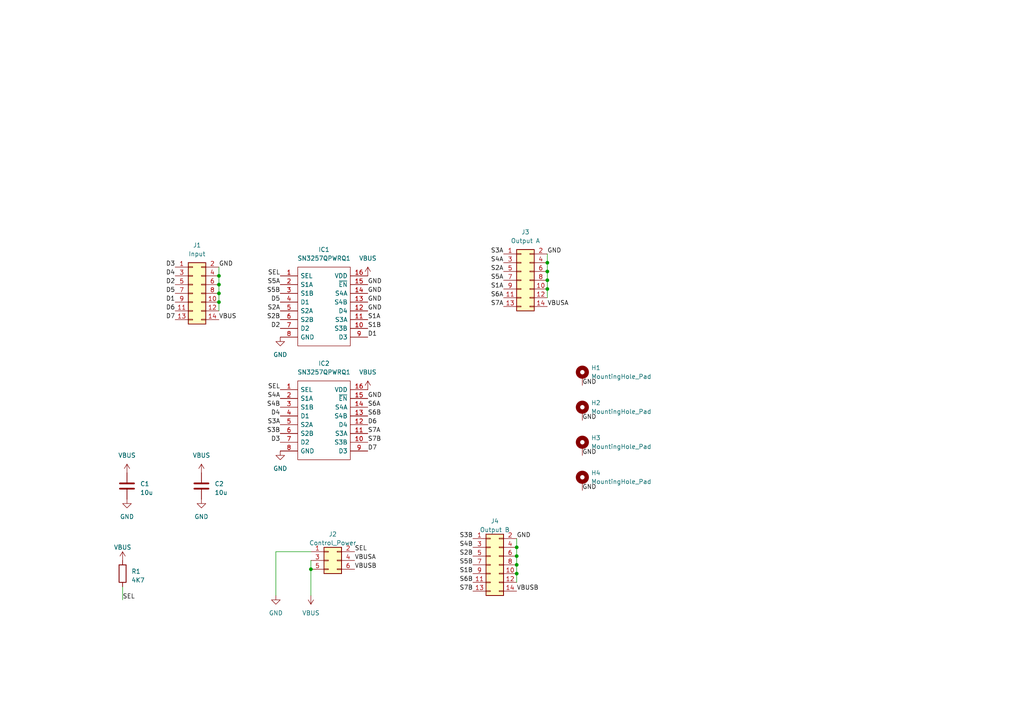
<source format=kicad_sch>
(kicad_sch (version 20230121) (generator eeschema)
  (paper "A4")
  (lib_symbols
    (symbol "Connector_Generic:Conn_02x03_Odd_Even" (pin_names (offset 1.016) hide)
      (property "Reference" "J" (at 1.27 5.08 0))
      (property "Value" "Conn_02x03_Odd_Even" (at 1.27 -5.08 0))
      (symbol "Conn_02x03_Odd_Even_1_1"
        (rectangle (start -1.27 -2.413) (end 0 -2.667) (stroke (width 0.1524)))
        (rectangle (start -1.27 0.127) (end 0 -0.127) (stroke (width 0.1524)))
        (rectangle (start -1.27 2.667) (end 0 2.413) (stroke (width 0.1524)))
        (rectangle (start -1.27 3.81) (end 3.81 -3.81) (stroke (width 0.254)) (fill (type background)))
        (rectangle (start 3.81 -2.413) (end 2.54 -2.667) (stroke (width 0.1524)))
        (rectangle (start 3.81 0.127) (end 2.54 -0.127) (stroke (width 0.1524)))
        (rectangle (start 3.81 2.667) (end 2.54 2.413) (stroke (width 0.1524)))
        (pin passive line (at -5.08 2.54 0) (length 3.81) (name "Pin_1") (number "1"))
        (pin passive line (at 7.62 2.54 180) (length 3.81) (name "Pin_2") (number "2"))
        (pin passive line (at -5.08 0 0) (length 3.81) (name "Pin_3") (number "3"))
        (pin passive line (at 7.62 0 180) (length 3.81) (name "Pin_4") (number "4"))
        (pin passive line (at -5.08 -2.54 0) (length 3.81) (name "Pin_5") (number "5"))
        (pin passive line (at 7.62 -2.54 180) (length 3.81) (name "Pin_6") (number "6"))
      )
    )
    (symbol "Connector_Generic:Conn_02x07_Odd_Even" (pin_names (offset 1.016) hide)
      (property "Reference" "J" (at 1.27 10.16 0))
      (property "Value" "Conn_02x07_Odd_Even" (at 1.27 -10.16 0))
      (symbol "Conn_02x07_Odd_Even_1_1"
        (rectangle (start -1.27 -7.493) (end 0 -7.747) (stroke (width 0.1524)))
        (rectangle (start -1.27 -4.953) (end 0 -5.207) (stroke (width 0.1524)))
        (rectangle (start -1.27 -2.413) (end 0 -2.667) (stroke (width 0.1524)))
        (rectangle (start -1.27 0.127) (end 0 -0.127) (stroke (width 0.1524)))
        (rectangle (start -1.27 2.667) (end 0 2.413) (stroke (width 0.1524)))
        (rectangle (start -1.27 5.207) (end 0 4.953) (stroke (width 0.1524)))
        (rectangle (start -1.27 7.747) (end 0 7.493) (stroke (width 0.1524)))
        (rectangle (start -1.27 8.89) (end 3.81 -8.89) (stroke (width 0.254)) (fill (type background)))
        (rectangle (start 3.81 -7.493) (end 2.54 -7.747) (stroke (width 0.1524)))
        (rectangle (start 3.81 -4.953) (end 2.54 -5.207) (stroke (width 0.1524)))
        (rectangle (start 3.81 -2.413) (end 2.54 -2.667) (stroke (width 0.1524)))
        (rectangle (start 3.81 0.127) (end 2.54 -0.127) (stroke (width 0.1524)))
        (rectangle (start 3.81 2.667) (end 2.54 2.413) (stroke (width 0.1524)))
        (rectangle (start 3.81 5.207) (end 2.54 4.953) (stroke (width 0.1524)))
        (rectangle (start 3.81 7.747) (end 2.54 7.493) (stroke (width 0.1524)))
        (pin passive line (at -5.08 7.62 0) (length 3.81) (name "Pin_1") (number "1"))
        (pin passive line (at 7.62 -2.54 180) (length 3.81) (name "Pin_10") (number "10"))
        (pin passive line (at -5.08 -5.08 0) (length 3.81) (name "Pin_11") (number "11"))
        (pin passive line (at 7.62 -5.08 180) (length 3.81) (name "Pin_12") (number "12"))
        (pin passive line (at -5.08 -7.62 0) (length 3.81) (name "Pin_13") (number "13"))
        (pin passive line (at 7.62 -7.62 180) (length 3.81) (name "Pin_14") (number "14"))
        (pin passive line (at 7.62 7.62 180) (length 3.81) (name "Pin_2") (number "2"))
        (pin passive line (at -5.08 5.08 0) (length 3.81) (name "Pin_3") (number "3"))
        (pin passive line (at 7.62 5.08 180) (length 3.81) (name "Pin_4") (number "4"))
        (pin passive line (at -5.08 2.54 0) (length 3.81) (name "Pin_5") (number "5"))
        (pin passive line (at 7.62 2.54 180) (length 3.81) (name "Pin_6") (number "6"))
        (pin passive line (at -5.08 0 0) (length 3.81) (name "Pin_7") (number "7"))
        (pin passive line (at 7.62 0 180) (length 3.81) (name "Pin_8") (number "8"))
        (pin passive line (at -5.08 -2.54 0) (length 3.81) (name "Pin_9") (number "9"))
      )
    )
    (symbol "Device:C" (pin_numbers hide) (pin_names (offset 0.254))
      (property "Reference" "C" (at 0.635 2.54 0))
      (property "Value" "C" (at 0.635 -2.54 0))
      (symbol "C_0_1"
        (polyline (pts (xy -2.032 -0.762) (xy 2.032 -0.762)) (stroke (width 0.508)))
        (polyline (pts (xy -2.032 0.762) (xy 2.032 0.762)) (stroke (width 0.508)))
      )
      (symbol "C_1_1"
        (pin passive line (at 0 3.81 270) (length 2.794) (name "~") (number "1"))
        (pin passive line (at 0 -3.81 90) (length 2.794) (name "~") (number "2"))
      )
    )
    (symbol "Device:R" (pin_numbers hide) (pin_names (offset 0))
      (property "Reference" "R" (at 2.032 0 90))
      (property "Value" "R" (at 0 0 90))
      (symbol "R_0_1"
        (rectangle (start -1.016 -2.54) (end 1.016 2.54) (stroke (width 0.254)))
      )
      (symbol "R_1_1"
        (pin passive line (at 0 3.81 270) (length 1.27) (name "~") (number "1"))
        (pin passive line (at 0 -3.81 90) (length 1.27) (name "~") (number "2"))
      )
    )
    (symbol "Mechanical:MountingHole_Pad" (pin_numbers hide) (pin_names (offset 1.016) hide)
      (property "Reference" "H" (at 0 6.35 0))
      (property "Value" "MountingHole_Pad" (at 0 4.445 0))
      (symbol "MountingHole_Pad_0_1"
        (circle (center 0 1.27) (radius 1.27) (stroke (width 1.27)))
      )
      (symbol "MountingHole_Pad_1_1"
        (pin input line (at 0 -2.54 90) (length 2.54) (name "1") (number "1"))
      )
    )
    (symbol "mouser:SN3257QPWRQ1" (pin_names (offset 0.762))
      (property "Reference" "IC" (at 21.59 7.62 0))
      (property "Value" "SN3257QPWRQ1" (at 21.59 5.08 0))
      (symbol "SN3257QPWRQ1_0_0"
        (pin passive line (at 0 0 0) (length 5.08) (name "SEL") (number "1"))
        (pin passive line (at 25.4 -15.24 180) (length 5.08) (name "S3B") (number "10"))
        (pin passive line (at 25.4 -12.7 180) (length 5.08) (name "S3A") (number "11"))
        (pin passive line (at 25.4 -10.16 180) (length 5.08) (name "D4") (number "12"))
        (pin passive line (at 25.4 -7.62 180) (length 5.08) (name "S4B") (number "13"))
        (pin passive line (at 25.4 -5.08 180) (length 5.08) (name "S4A") (number "14"))
        (pin passive line (at 25.4 -2.54 180) (length 5.08) (name "~{EN}") (number "15"))
        (pin passive line (at 25.4 0 180) (length 5.08) (name "VDD") (number "16"))
        (pin passive line (at 0 -2.54 0) (length 5.08) (name "S1A") (number "2"))
        (pin passive line (at 0 -5.08 0) (length 5.08) (name "S1B") (number "3"))
        (pin passive line (at 0 -7.62 0) (length 5.08) (name "D1") (number "4"))
        (pin passive line (at 0 -10.16 0) (length 5.08) (name "S2A") (number "5"))
        (pin passive line (at 0 -12.7 0) (length 5.08) (name "S2B") (number "6"))
        (pin passive line (at 0 -15.24 0) (length 5.08) (name "D2") (number "7"))
        (pin passive line (at 0 -17.78 0) (length 5.08) (name "GND") (number "8"))
        (pin passive line (at 25.4 -17.78 180) (length 5.08) (name "D3") (number "9"))
      )
      (symbol "SN3257QPWRQ1_0_1"
        (polyline (pts (xy 5.08 2.54) (xy 20.32 2.54) (xy 20.32 -20.32) (xy 5.08 -20.32) (xy 5.08 2.54)) (stroke (width 0.1524)))
      )
    )
    (symbol "power:GND" (power) (pin_names (offset 0))
      (property "Value" "GND" (at 0 -3.81 0))
      (symbol "GND_0_1"
        (polyline (pts (xy 0 0) (xy 0 -1.27) (xy 1.27 -1.27) (xy 0 -2.54) (xy -1.27 -1.27) (xy 0 -1.27)))
      )
      (symbol "GND_1_1"
        (pin power_in line (at 0 0 270) (length 0) hide (name "GND") (number "1"))
      )
    )
    (symbol "power:VBUS" (power) (pin_names (offset 0))
      (property "Value" "VBUS" (at 0 3.81 0))
      (symbol "VBUS_0_1"
        (polyline (pts (xy -0.762 1.27) (xy 0 2.54)))
        (polyline (pts (xy 0 0) (xy 0 2.54)))
        (polyline (pts (xy 0 2.54) (xy 0.762 1.27)))
      )
      (symbol "VBUS_1_1"
        (pin power_in line (at 0 0 90) (length 0) hide (name "VBUS") (number "1"))
      )
    )
  )
  (junction (at 149.86 166.37))
  (junction (at 149.86 161.29))
  (junction (at 90.17 165.1))
  (junction (at 149.86 158.75))
  (junction (at 158.75 83.82))
  (junction (at 158.75 76.2))
  (junction (at 63.5 82.55))
  (junction (at 158.75 81.28))
  (junction (at 63.5 87.63))
  (junction (at 63.5 85.09))
  (junction (at 149.86 163.83))
  (junction (at 63.5 80.01))
  (junction (at 158.75 78.74))
  (wire (pts (xy 149.86 156.21) (xy 149.86 158.75)))
  (wire (pts (xy 158.75 78.74) (xy 158.75 81.28)))
  (wire (pts (xy 63.5 82.55) (xy 63.5 85.09)))
  (wire (pts (xy 90.17 162.56) (xy 90.17 165.1)))
  (wire (pts (xy 149.86 161.29) (xy 149.86 163.83)))
  (wire (pts (xy 63.5 87.63) (xy 63.5 90.17)))
  (wire (pts (xy 158.75 73.66) (xy 158.75 76.2)))
  (wire (pts (xy 90.17 160.02) (xy 80.01 160.02)))
  (wire (pts (xy 149.86 163.83) (xy 149.86 166.37)))
  (wire (pts (xy 158.75 76.2) (xy 158.75 78.74)))
  (wire (pts (xy 63.5 77.47) (xy 63.5 80.01)))
  (wire (pts (xy 80.01 160.02) (xy 80.01 172.72)))
  (wire (pts (xy 149.86 158.75) (xy 149.86 161.29)))
  (wire (pts (xy 158.75 83.82) (xy 158.75 86.36)))
  (wire (pts (xy 149.86 166.37) (xy 149.86 168.91)))
  (wire (pts (xy 158.75 81.28) (xy 158.75 83.82)))
  (wire (pts (xy 63.5 80.01) (xy 63.5 82.55)))
  (wire (pts (xy 90.17 165.1) (xy 90.17 172.72)))
  (wire (pts (xy 63.5 85.09) (xy 63.5 87.63)))
  (wire (pts (xy 35.56 170.18) (xy 35.56 173.99)))
  (label "S2A" (at 146.05 78.74 180))
  (label "S5B" (at 81.28 85.09 180))
  (label "D3" (at 81.28 128.27 180))
  (label "D6" (at 50.8 90.17 180))
  (label "VBUS" (at 63.5 92.71 0))
  (label "VBUSB" (at 149.86 171.45 0))
  (label "GND" (at 168.91 111.76 0))
  (label "S3A" (at 81.28 123.19 180))
  (label "S7A" (at 146.05 88.9 180))
  (label "S7B" (at 106.68 128.27 0))
  (label "S1B" (at 137.16 166.37 180))
  (label "SEL" (at 81.28 80.01 180))
  (label "S4B" (at 81.28 118.11 180))
  (label "S6A" (at 106.68 118.11 0))
  (label "S3B" (at 81.28 125.73 180))
  (label "D7" (at 106.68 130.81 0))
  (label "GND" (at 168.91 132.08 0))
  (label "D1" (at 50.8 87.63 180))
  (label "D7" (at 50.8 92.71 180))
  (label "D4" (at 81.28 120.65 180))
  (label "S2B" (at 137.16 161.29 180))
  (label "D6" (at 106.68 123.19 0))
  (label "S5B" (at 137.16 163.83 180))
  (label "S6B" (at 137.16 168.91 180))
  (label "S6A" (at 146.05 86.36 180))
  (label "GND" (at 106.68 85.09 0))
  (label "S3A" (at 146.05 73.66 180))
  (label "GND" (at 106.68 90.17 0))
  (label "S3B" (at 137.16 156.21 180))
  (label "SEL" (at 81.28 113.03 180))
  (label "GND" (at 106.68 82.55 0))
  (label "S1A" (at 146.05 83.82 180))
  (label "D5" (at 50.8 85.09 180))
  (label "GND" (at 168.91 121.92 0))
  (label "S4B" (at 137.16 158.75 180))
  (label "D2" (at 81.28 95.25 180))
  (label "SEL" (at 35.56 173.99 0))
  (label "GND" (at 106.68 87.63 0))
  (label "D5" (at 81.28 87.63 180))
  (label "S1A" (at 106.68 92.71 0))
  (label "S4A" (at 146.05 76.2 180))
  (label "D2" (at 50.8 82.55 180))
  (label "S7B" (at 137.16 171.45 180))
  (label "S5A" (at 146.05 81.28 180))
  (label "GND" (at 63.5 77.47 0))
  (label "SEL" (at 102.87 160.02 0))
  (label "GND" (at 168.91 142.24 0))
  (label "S2A" (at 81.28 90.17 180))
  (label "GND" (at 106.68 115.57 0))
  (label "GND" (at 158.75 73.66 0))
  (label "VBUSA" (at 158.75 88.9 0))
  (label "D3" (at 50.8 77.47 180))
  (label "S1B" (at 106.68 95.25 0))
  (label "D1" (at 106.68 97.79 0))
  (label "S4A" (at 81.28 115.57 180))
  (label "VBUSB" (at 102.87 165.1 0))
  (label "GND" (at 149.86 156.21 0))
  (label "S6B" (at 106.68 120.65 0))
  (label "VBUSA" (at 102.87 162.56 0))
  (label "D4" (at 50.8 80.01 180))
  (label "S7A" (at 106.68 125.73 0))
  (label "S5A" (at 81.28 82.55 180))
  (label "S2B" (at 81.28 92.71 180))
  (symbol (lib_id "power:VBUS") (at 106.68 113.03 0) (unit 1)
    (property "Reference" "#PWR0108" (effects hide))
    (property "Value" "VBUS" (at 106.68 107.95 0))
  )
  (symbol (lib_id "Mechanical:MountingHole_Pad") (at 168.91 119.38 0) (unit 1)
    (property "Reference" "H2" (at 171.45 116.8399 0) (effects (justify left)))
    (property "Value" "MountingHole_Pad" (at 171.45 119.3799 0) (effects (justify left)))
    (property "Footprint" "MountingHole:MountingHole_3.2mm_M3_Pad_TopBottom" (effects hide))
  )
  (symbol (lib_id "Mechanical:MountingHole_Pad") (at 168.91 109.22 0) (unit 1)
    (property "Reference" "H1" (at 171.45 106.6799 0) (effects (justify left)))
    (property "Value" "MountingHole_Pad" (at 171.45 109.2199 0) (effects (justify left)))
    (property "Footprint" "MountingHole:MountingHole_3.2mm_M3_Pad_TopBottom" (effects hide))
  )
  (symbol (lib_id "power:GND") (at 80.01 172.72 0) (unit 1)
    (property "Reference" "#PWR0101" (effects hide))
    (property "Value" "GND" (at 80.01 177.8 0))
  )
  (symbol (lib_id "power:VBUS") (at 35.56 162.56 0) (unit 1)
    (property "Reference" "#PWR01" (effects hide))
    (property "Value" "VBUS" (at 35.56 158.75 0))
  )
  (symbol (lib_id "Mechanical:MountingHole_Pad") (at 168.91 129.54 0) (unit 1)
    (property "Reference" "H3" (at 171.45 126.9999 0) (effects (justify left)))
    (property "Value" "MountingHole_Pad" (at 171.45 129.5399 0) (effects (justify left)))
    (property "Footprint" "MountingHole:MountingHole_3.2mm_M3_Pad_TopBottom" (effects hide))
  )
  (symbol (lib_id "Connector_Generic:Conn_02x07_Odd_Even") (at 142.24 163.83 0) (unit 1)
    (property "Reference" "J4" (at 143.51 151.13 0))
    (property "Value" "Output B" (at 143.51 153.67 0))
    (property "Footprint" "Connector_PinHeader_2.54mm:PinHeader_2x07_P2.54mm_Vertical" (effects hide))
  )
  (symbol (lib_id "mouser:SN3257QPWRQ1") (at 81.28 113.03 0) (unit 1)
    (property "Reference" "IC2" (at 93.98 105.41 0))
    (property "Value" "SN3257QPWRQ1" (at 93.98 107.95 0))
    (property "Footprint" "mouser:SOP65P640X120-16N" (effects hide))
    (property "Datasheet" "https://www.ti.com/lit/gpn/SN3257-Q1" (effects hide))
    (property "Description" "PRECISION ANALOG MULTIPLEXER" (effects hide))
    (property "Height" "1.2" (effects hide))
    (property "Manufacturer_Name" "Texas Instruments" (effects hide))
    (property "Manufacturer_Part_Number" "SN3257QPWRQ1" (effects hide))
  )
  (symbol (lib_id "Device:C") (at 36.83 140.97 0) (unit 1)
    (property "Reference" "C1" (at 40.64 140.335 0) (effects (justify left)))
    (property "Value" "10u" (at 40.64 142.875 0) (effects (justify left)))
    (property "Footprint" "Capacitor_SMD:C_0805_2012Metric" (effects hide))
  )
  (symbol (lib_id "Device:R") (at 35.56 166.37 0) (unit 1)
    (property "Reference" "R1" (at 38.1 165.735 0) (effects (justify left)))
    (property "Value" "4K7" (at 38.1 168.275 0) (effects (justify left)))
    (property "Footprint" "Resistor_SMD:R_0805_2012Metric" (effects hide))
  )
  (symbol (lib_id "Device:C") (at 58.42 140.97 0) (unit 1)
    (property "Reference" "C2" (at 62.23 140.335 0) (effects (justify left)))
    (property "Value" "10u" (at 62.23 142.875 0) (effects (justify left)))
    (property "Footprint" "Capacitor_SMD:C_0805_2012Metric" (effects hide))
  )
  (symbol (lib_id "power:VBUS") (at 90.17 172.72 180) (unit 1)
    (property "Reference" "#PWR0102" (effects hide))
    (property "Value" "VBUS" (at 90.17 177.8 0))
  )
  (symbol (lib_id "Connector_Generic:Conn_02x07_Odd_Even") (at 151.13 81.28 0) (unit 1)
    (property "Reference" "J3" (at 152.4 67.31 0))
    (property "Value" "Output A" (at 152.4 69.85 0))
    (property "Footprint" "Connector_PinHeader_2.54mm:PinHeader_2x07_P2.54mm_Vertical" (effects hide))
  )
  (symbol (lib_id "Connector_Generic:Conn_02x03_Odd_Even") (at 95.25 162.56 0) (unit 1)
    (property "Reference" "J2" (at 96.52 154.94 0))
    (property "Value" "Control_Power" (at 96.52 157.48 0))
    (property "Footprint" "Connector_PinHeader_2.54mm:PinHeader_2x03_P2.54mm_Vertical" (effects hide))
  )
  (symbol (lib_id "mouser:SN3257QPWRQ1") (at 81.28 80.01 0) (unit 1)
    (property "Reference" "IC1" (at 93.98 72.39 0))
    (property "Value" "SN3257QPWRQ1" (at 93.98 74.93 0))
    (property "Footprint" "mouser:SOP65P640X120-16N" (effects hide))
    (property "Datasheet" "https://www.ti.com/lit/gpn/SN3257-Q1" (effects hide))
    (property "Description" "PRECISION ANALOG MULTIPLEXER" (effects hide))
    (property "Height" "1.2" (effects hide))
    (property "Manufacturer_Name" "Texas Instruments" (effects hide))
    (property "Manufacturer_Part_Number" "SN3257QPWRQ1" (effects hide))
  )
  (symbol (lib_id "power:GND") (at 81.28 130.81 0) (unit 1)
    (property "Reference" "#PWR0107" (effects hide))
    (property "Value" "GND" (at 81.28 135.89 0))
  )
  (symbol (lib_id "power:GND") (at 36.83 144.78 0) (unit 1)
    (property "Reference" "#PWR0104" (effects hide))
    (property "Value" "GND" (at 36.83 149.86 0))
  )
  (symbol (lib_id "power:VBUS") (at 106.68 80.01 0) (unit 1)
    (property "Reference" "#PWR0113" (effects hide))
    (property "Value" "VBUS" (at 106.68 74.93 0))
  )
  (symbol (lib_id "power:GND") (at 58.42 144.78 0) (unit 1)
    (property "Reference" "#PWR0106" (effects hide))
    (property "Value" "GND" (at 58.42 149.86 0))
  )
  (symbol (lib_id "power:GND") (at 81.28 97.79 0) (unit 1)
    (property "Reference" "#PWR0112" (effects hide))
    (property "Value" "GND" (at 81.28 102.87 0))
  )
  (symbol (lib_id "Mechanical:MountingHole_Pad") (at 168.91 139.7 0) (unit 1)
    (property "Reference" "H4" (at 171.45 137.1599 0) (effects (justify left)))
    (property "Value" "MountingHole_Pad" (at 171.45 139.6999 0) (effects (justify left)))
    (property "Footprint" "MountingHole:MountingHole_3.2mm_M3_Pad_TopBottom" (effects hide))
  )
  (symbol (lib_id "power:VBUS") (at 36.83 137.16 0) (unit 1)
    (property "Reference" "#PWR0103" (effects hide))
    (property "Value" "VBUS" (at 36.83 132.08 0))
  )
  (symbol (lib_id "Connector_Generic:Conn_02x07_Odd_Even") (at 55.88 85.09 0) (unit 1)
    (property "Reference" "J1" (at 57.15 71.12 0))
    (property "Value" "Input" (at 57.15 73.66 0))
    (property "Footprint" "Connector_PinHeader_2.54mm:PinHeader_2x07_P2.54mm_Vertical" (effects hide))
  )
  (symbol (lib_id "power:VBUS") (at 58.42 137.16 0) (unit 1)
    (property "Reference" "#PWR0105" (effects hide))
    (property "Value" "VBUS" (at 58.42 132.08 0))
  )
)
</source>
